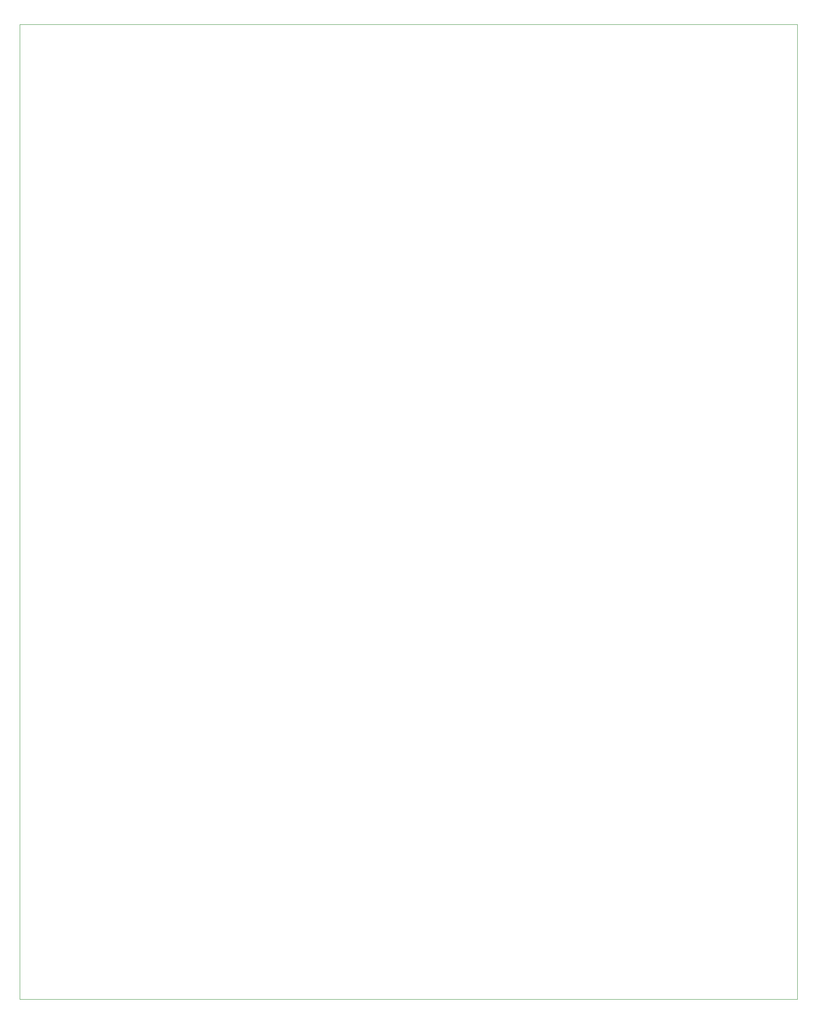
<source format=gbr>
%TF.GenerationSoftware,KiCad,Pcbnew,(6.0.7)*%
%TF.CreationDate,2022-08-24T10:03:48-05:00*%
%TF.ProjectId,6502,36353032-2e6b-4696-9361-645f70636258,rev?*%
%TF.SameCoordinates,Original*%
%TF.FileFunction,Profile,NP*%
%FSLAX46Y46*%
G04 Gerber Fmt 4.6, Leading zero omitted, Abs format (unit mm)*
G04 Created by KiCad (PCBNEW (6.0.7)) date 2022-08-24 10:03:48*
%MOMM*%
%LPD*%
G01*
G04 APERTURE LIST*
%TA.AperFunction,Profile*%
%ADD10C,0.100000*%
%TD*%
G04 APERTURE END LIST*
D10*
X128380000Y-267080000D02*
X285200000Y-267080000D01*
X285200000Y-267080000D02*
X285200000Y-70660000D01*
X285200000Y-70660000D02*
X128380000Y-70660000D01*
X128380000Y-70660000D02*
X128380000Y-267080000D01*
M02*

</source>
